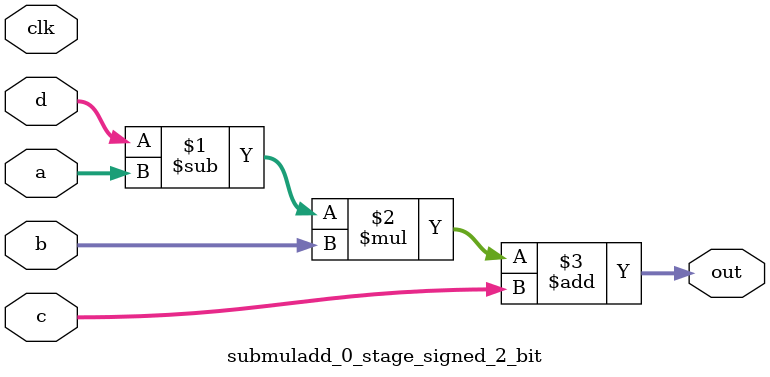
<source format=sv>
(* use_dsp = "yes" *) module submuladd_0_stage_signed_2_bit(
	input signed [1:0] a,
	input signed [1:0] b,
	input signed [1:0] c,
	input signed [1:0] d,
	output [1:0] out,
	input clk);

	assign out = ((d - a) * b) + c;
endmodule

</source>
